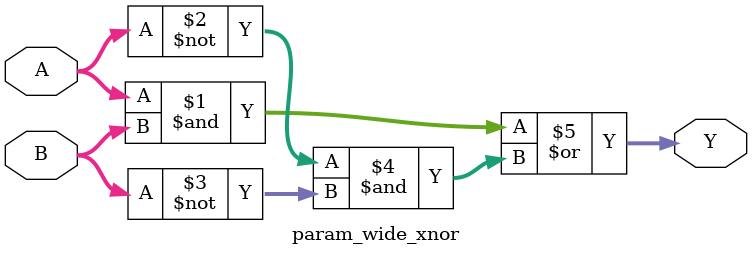
<source format=sv>
module top_module (
    input [7:0] A, B,
    output [7:0] Diff
);
    // 调用先行借位减法器
    parallel_borrow_subtractor #(
        .WIDTH(8)
    ) subtractor_inst (
        .A(A),
        .B(B),
        .Diff(Diff)
    );
endmodule

module parallel_borrow_subtractor #(
    parameter WIDTH = 8
)(
    input [WIDTH-1:0] A, B,
    output [WIDTH-1:0] Diff
);
    wire [WIDTH:0] borrow;
    assign borrow[0] = 1'b0;
    
    // 计算每一位的借位和差值
    genvar i;
    generate
        for (i = 0; i < WIDTH; i = i + 1) begin : gen_borrow_diff
            // 先行借位计算
            // borrow[i+1] = ~A[i] & B[i] | (A[i] ~^ B[i]) & borrow[i]
            assign borrow[i+1] = (~A[i] & B[i]) | ((A[i] == B[i]) & borrow[i]);
            // 差值计算：A[i] ^ B[i] ^ borrow[i]
            assign Diff[i] = A[i] ^ B[i] ^ borrow[i];
        end
    endgenerate
endmodule

//IEEE 1364-2005 Verilog
module param_wide_xnor #(
    parameter WIDTH = 16
)(
    input [WIDTH-1:0] A, B,
    output [WIDTH-1:0] Y
);
    // 使用连续赋值替代always块，减少RTL层次，提高综合效率
    // 应用德摩根定律：~(A ^ B) ≡ (A & B) | (~A & ~B)
    // 这种实现可以在某些FPGA架构上提高资源利用率
    assign Y = (A & B) | (~A & ~B);

endmodule
</source>
